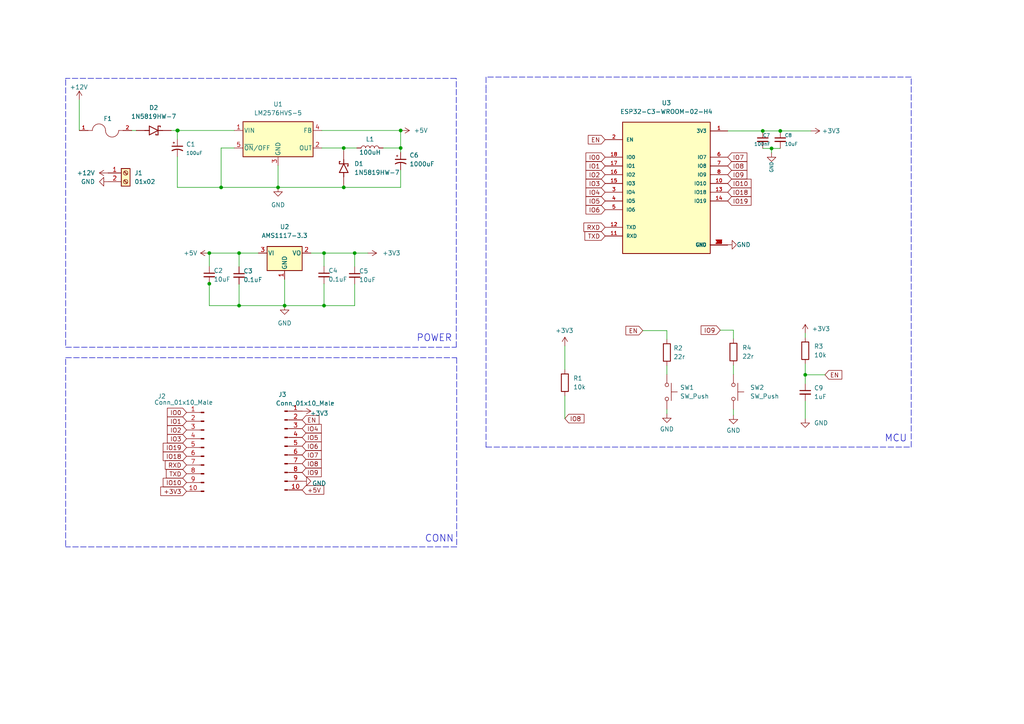
<source format=kicad_sch>
(kicad_sch (version 20211123) (generator eeschema)
  (paper "A4")
  (lib_symbols
    (symbol "0685T8000-01:0685T8000-01" (pin_names (offset 1.016) hide)
      (property "Reference" "F" (at -5.08 2.54 0))
      (property "Value" "0685T8000-01" (at -5.08 -3.81 0))
      (symbol "0685T8000-01_0_0"
        (arc (start 0 0) (mid -1.905 1.905) (end -3.81 0) (stroke (width 0.1524)))
        (polyline (pts (xy -5.08 0) (xy -3.81 0)) (stroke (width 0.1524)))
        (polyline (pts (xy 5.08 0) (xy 3.81 0)) (stroke (width 0.1524)))
        (arc (start 0 0) (mid 1.905 -1.905) (end 3.81 0) (stroke (width 0.1524)))
        (pin passive line (at -7.62 0 0) (length 2.54) (name "~") (number "1"))
        (pin passive line (at 7.62 0 180) (length 2.54) (name "~") (number "2"))
      )
    )
    (symbol "1N5819HW-7:1N5819HW-7" (pin_numbers hide) (pin_names (offset 1.016) hide)
      (property "Reference" "D" (at -5.08 2.54 0))
      (property "Value" "1N5819HW-7" (at -5.08 -3.81 0))
      (symbol "1N5819HW-7_0_0"
        (polyline (pts (xy -2.54 0) (xy -1.27 0)) (stroke (width 0.254)))
        (polyline (pts (xy -1.27 -1.27) (xy 1.27 0)) (stroke (width 0.254)))
        (polyline (pts (xy -1.27 0) (xy -1.27 -1.27)) (stroke (width 0.254)))
        (polyline (pts (xy -1.27 1.27) (xy -1.27 0)) (stroke (width 0.254)))
        (polyline (pts (xy 0.635 -1.016) (xy 0.635 -1.27)) (stroke (width 0.254)))
        (polyline (pts (xy 1.27 -1.27) (xy 0.635 -1.27)) (stroke (width 0.254)))
        (polyline (pts (xy 1.27 0) (xy -1.27 1.27)) (stroke (width 0.254)))
        (polyline (pts (xy 1.27 0) (xy 1.27 -1.27)) (stroke (width 0.254)))
        (polyline (pts (xy 1.27 1.27) (xy 1.27 0)) (stroke (width 0.254)))
        (polyline (pts (xy 1.905 1.27) (xy 1.27 1.27)) (stroke (width 0.254)))
        (polyline (pts (xy 1.905 1.27) (xy 1.905 1.016)) (stroke (width 0.254)))
        (polyline (pts (xy 2.54 0) (xy 1.27 0)) (stroke (width 0.254)))
        (pin passive line (at -5.08 0 0) (length 2.54) (name "~") (number "A"))
        (pin passive line (at 5.08 0 180) (length 2.54) (name "~") (number "C"))
      )
    )
    (symbol "Connector:Conn_01x10_Male" (pin_names (offset 1.016) hide)
      (property "Reference" "J" (at 0 12.7 0))
      (property "Value" "Conn_01x10_Male" (at 0 -15.24 0))
      (symbol "Conn_01x10_Male_1_1"
        (polyline (pts (xy 1.27 -12.7) (xy 0.8636 -12.7)) (stroke (width 0.1524)))
        (polyline (pts (xy 1.27 -10.16) (xy 0.8636 -10.16)) (stroke (width 0.1524)))
        (polyline (pts (xy 1.27 -7.62) (xy 0.8636 -7.62)) (stroke (width 0.1524)))
        (polyline (pts (xy 1.27 -5.08) (xy 0.8636 -5.08)) (stroke (width 0.1524)))
        (polyline (pts (xy 1.27 -2.54) (xy 0.8636 -2.54)) (stroke (width 0.1524)))
        (polyline (pts (xy 1.27 0) (xy 0.8636 0)) (stroke (width 0.1524)))
        (polyline (pts (xy 1.27 2.54) (xy 0.8636 2.54)) (stroke (width 0.1524)))
        (polyline (pts (xy 1.27 5.08) (xy 0.8636 5.08)) (stroke (width 0.1524)))
        (polyline (pts (xy 1.27 7.62) (xy 0.8636 7.62)) (stroke (width 0.1524)))
        (polyline (pts (xy 1.27 10.16) (xy 0.8636 10.16)) (stroke (width 0.1524)))
        (rectangle (start 0.8636 -12.573) (end 0 -12.827) (stroke (width 0.1524)) (fill (type outline)))
        (rectangle (start 0.8636 -10.033) (end 0 -10.287) (stroke (width 0.1524)) (fill (type outline)))
        (rectangle (start 0.8636 -7.493) (end 0 -7.747) (stroke (width 0.1524)) (fill (type outline)))
        (rectangle (start 0.8636 -4.953) (end 0 -5.207) (stroke (width 0.1524)) (fill (type outline)))
        (rectangle (start 0.8636 -2.413) (end 0 -2.667) (stroke (width 0.1524)) (fill (type outline)))
        (rectangle (start 0.8636 0.127) (end 0 -0.127) (stroke (width 0.1524)) (fill (type outline)))
        (rectangle (start 0.8636 2.667) (end 0 2.413) (stroke (width 0.1524)) (fill (type outline)))
        (rectangle (start 0.8636 5.207) (end 0 4.953) (stroke (width 0.1524)) (fill (type outline)))
        (rectangle (start 0.8636 7.747) (end 0 7.493) (stroke (width 0.1524)) (fill (type outline)))
        (rectangle (start 0.8636 10.287) (end 0 10.033) (stroke (width 0.1524)) (fill (type outline)))
        (pin passive line (at 5.08 10.16 180) (length 3.81) (name "Pin_1") (number "1"))
        (pin passive line (at 5.08 -12.7 180) (length 3.81) (name "Pin_10") (number "10"))
        (pin passive line (at 5.08 7.62 180) (length 3.81) (name "Pin_2") (number "2"))
        (pin passive line (at 5.08 5.08 180) (length 3.81) (name "Pin_3") (number "3"))
        (pin passive line (at 5.08 2.54 180) (length 3.81) (name "Pin_4") (number "4"))
        (pin passive line (at 5.08 0 180) (length 3.81) (name "Pin_5") (number "5"))
        (pin passive line (at 5.08 -2.54 180) (length 3.81) (name "Pin_6") (number "6"))
        (pin passive line (at 5.08 -5.08 180) (length 3.81) (name "Pin_7") (number "7"))
        (pin passive line (at 5.08 -7.62 180) (length 3.81) (name "Pin_8") (number "8"))
        (pin passive line (at 5.08 -10.16 180) (length 3.81) (name "Pin_9") (number "9"))
      )
    )
    (symbol "Connector:Screw_Terminal_01x02" (pin_names (offset 1.016) hide)
      (property "Reference" "J" (at 0 2.54 0))
      (property "Value" "Screw_Terminal_01x02" (at 0 -5.08 0))
      (symbol "Screw_Terminal_01x02_1_1"
        (rectangle (start -1.27 1.27) (end 1.27 -3.81) (stroke (width 0.254)) (fill (type background)))
        (circle (center 0 -2.54) (radius 0.635) (stroke (width 0.1524)))
        (polyline (pts (xy -0.5334 -2.2098) (xy 0.3302 -3.048)) (stroke (width 0.1524)))
        (polyline (pts (xy -0.5334 0.3302) (xy 0.3302 -0.508)) (stroke (width 0.1524)))
        (polyline (pts (xy -0.3556 -2.032) (xy 0.508 -2.8702)) (stroke (width 0.1524)))
        (polyline (pts (xy -0.3556 0.508) (xy 0.508 -0.3302)) (stroke (width 0.1524)))
        (circle (center 0 0) (radius 0.635) (stroke (width 0.1524)))
        (pin passive line (at -5.08 0 0) (length 3.81) (name "Pin_1") (number "1"))
        (pin passive line (at -5.08 -2.54 0) (length 3.81) (name "Pin_2") (number "2"))
      )
    )
    (symbol "Device:C_Polarized_Small_US" (pin_numbers hide) (pin_names (offset 0.254) hide)
      (property "Reference" "C" (at 0.254 1.778 0))
      (property "Value" "C_Polarized_Small_US" (at 0.254 -2.032 0))
      (symbol "C_Polarized_Small_US_0_1"
        (polyline (pts (xy -1.524 0.508) (xy 1.524 0.508)) (stroke (width 0.3048)))
        (polyline (pts (xy -1.27 1.524) (xy -0.762 1.524)))
        (polyline (pts (xy -1.016 1.27) (xy -1.016 1.778)))
        (arc (start 1.524 -0.762) (mid 0 -0.3734) (end -1.524 -0.762) (stroke (width 0.3048)))
      )
      (symbol "C_Polarized_Small_US_1_1"
        (pin passive line (at 0 2.54 270) (length 2.032) (name "~") (number "1"))
        (pin passive line (at 0 -2.54 90) (length 2.032) (name "~") (number "2"))
      )
    )
    (symbol "Device:C_Small" (pin_numbers hide) (pin_names (offset 0.254) hide)
      (property "Reference" "C" (at 0.254 1.778 0))
      (property "Value" "C_Small" (at 0.254 -2.032 0))
      (symbol "C_Small_0_1"
        (polyline (pts (xy -1.524 -0.508) (xy 1.524 -0.508)) (stroke (width 0.3302)))
        (polyline (pts (xy -1.524 0.508) (xy 1.524 0.508)) (stroke (width 0.3048)))
      )
      (symbol "C_Small_1_1"
        (pin passive line (at 0 2.54 270) (length 2.032) (name "~") (number "1"))
        (pin passive line (at 0 -2.54 90) (length 2.032) (name "~") (number "2"))
      )
    )
    (symbol "Device:L" (pin_numbers hide) (pin_names (offset 1.016) hide)
      (property "Reference" "L" (at -1.27 0 90))
      (property "Value" "L" (at 1.905 0 90))
      (symbol "L_0_1"
        (arc (start 0 -2.54) (mid 0.635 -1.905) (end 0 -1.27))
        (arc (start 0 -1.27) (mid 0.635 -0.635) (end 0 0))
        (arc (start 0 0) (mid 0.635 0.635) (end 0 1.27))
        (arc (start 0 1.27) (mid 0.635 1.905) (end 0 2.54))
      )
      (symbol "L_1_1"
        (pin passive line (at 0 3.81 270) (length 1.27) (name "1") (number "1"))
        (pin passive line (at 0 -3.81 90) (length 1.27) (name "2") (number "2"))
      )
    )
    (symbol "Device:R" (pin_numbers hide) (pin_names (offset 0))
      (property "Reference" "R" (at 2.032 0 90))
      (property "Value" "R" (at 0 0 90))
      (symbol "R_0_1"
        (rectangle (start -1.016 -2.54) (end 1.016 2.54) (stroke (width 0.254)))
      )
      (symbol "R_1_1"
        (pin passive line (at 0 3.81 270) (length 1.27) (name "~") (number "1"))
        (pin passive line (at 0 -3.81 90) (length 1.27) (name "~") (number "2"))
      )
    )
    (symbol "ESP32-C3-WROOM-02-H4:ESP32-C3-WROOM-02-H4" (pin_names (offset 1.016))
      (property "Reference" "U" (at -12.7 21.082 0))
      (property "Value" "ESP32-C3-WROOM-02-H4" (at -12.7 -18.542 0))
      (symbol "ESP32-C3-WROOM-02-H4_0_0"
        (rectangle (start -12.7 -17.78) (end 12.7 20.32) (stroke (width 0.254)) (fill (type background)))
        (pin power_in line (at 17.78 17.78 180) (length 5.08) (name "3V3") (number "1"))
        (pin bidirectional line (at 17.78 2.54 180) (length 5.08) (name "IO10") (number "10"))
        (pin bidirectional line (at -17.78 -12.7 0) (length 5.08) (name "RXD") (number "11"))
        (pin bidirectional line (at -17.78 -10.16 0) (length 5.08) (name "TXD") (number "12"))
        (pin bidirectional line (at 17.78 0 180) (length 5.08) (name "IO18") (number "13"))
        (pin bidirectional line (at 17.78 -2.54 180) (length 5.08) (name "IO19") (number "14"))
        (pin bidirectional line (at -17.78 2.54 0) (length 5.08) (name "IO3") (number "15"))
        (pin bidirectional line (at -17.78 5.08 0) (length 5.08) (name "IO2") (number "16"))
        (pin bidirectional line (at -17.78 7.62 0) (length 5.08) (name "IO1") (number "17"))
        (pin bidirectional line (at -17.78 10.16 0) (length 5.08) (name "IO0") (number "18"))
        (pin power_in line (at 17.78 -15.24 180) (length 5.08) (name "GND") (number "19"))
        (pin input line (at -17.78 15.24 0) (length 5.08) (name "EN") (number "2"))
        (pin power_in line (at 17.78 -15.24 180) (length 5.08) (name "GND") (number "20"))
        (pin power_in line (at 17.78 -15.24 180) (length 5.08) (name "GND") (number "21"))
        (pin power_in line (at 17.78 -15.24 180) (length 5.08) (name "GND") (number "22"))
        (pin power_in line (at 17.78 -15.24 180) (length 5.08) (name "GND") (number "23"))
        (pin power_in line (at 17.78 -15.24 180) (length 5.08) (name "GND") (number "24"))
        (pin power_in line (at 17.78 -15.24 180) (length 5.08) (name "GND") (number "25"))
        (pin power_in line (at 17.78 -15.24 180) (length 5.08) (name "GND") (number "26"))
        (pin power_in line (at 17.78 -15.24 180) (length 5.08) (name "GND") (number "27"))
        (pin power_in line (at 17.78 -15.24 180) (length 5.08) (name "GND") (number "28"))
        (pin power_in line (at 17.78 -15.24 180) (length 5.08) (name "GND") (number "29"))
        (pin bidirectional line (at -17.78 0 0) (length 5.08) (name "IO4") (number "3"))
        (pin power_in line (at 17.78 -15.24 180) (length 5.08) (name "GND") (number "30"))
        (pin power_in line (at 17.78 -15.24 180) (length 5.08) (name "GND") (number "31"))
        (pin power_in line (at 17.78 -15.24 180) (length 5.08) (name "GND") (number "32"))
        (pin power_in line (at 17.78 -15.24 180) (length 5.08) (name "GND") (number "33"))
        (pin power_in line (at 17.78 -15.24 180) (length 5.08) (name "GND") (number "34"))
        (pin power_in line (at 17.78 -15.24 180) (length 5.08) (name "GND") (number "35"))
        (pin power_in line (at 17.78 -15.24 180) (length 5.08) (name "GND") (number "36"))
        (pin power_in line (at 17.78 -15.24 180) (length 5.08) (name "GND") (number "37"))
        (pin power_in line (at 17.78 -15.24 180) (length 5.08) (name "GND") (number "38"))
        (pin power_in line (at 17.78 -15.24 180) (length 5.08) (name "GND") (number "39"))
        (pin bidirectional line (at -17.78 -2.54 0) (length 5.08) (name "IO5") (number "4"))
        (pin bidirectional line (at -17.78 -5.08 0) (length 5.08) (name "IO6") (number "5"))
        (pin bidirectional line (at 17.78 10.16 180) (length 5.08) (name "IO7") (number "6"))
        (pin bidirectional line (at 17.78 7.62 180) (length 5.08) (name "IO8") (number "7"))
        (pin bidirectional line (at 17.78 5.08 180) (length 5.08) (name "IO9") (number "8"))
        (pin power_in line (at 17.78 -15.24 180) (length 5.08) (name "GND") (number "9"))
      )
    )
    (symbol "Regulator_Linear:AMS1117-3.3" (pin_names (offset 0.254))
      (property "Reference" "U" (at -3.81 3.175 0))
      (property "Value" "AMS1117-3.3" (at 0 3.175 0))
      (symbol "AMS1117-3.3_0_1"
        (rectangle (start -5.08 -5.08) (end 5.08 1.905) (stroke (width 0.254)) (fill (type background)))
      )
      (symbol "AMS1117-3.3_1_1"
        (pin power_in line (at 0 -7.62 90) (length 2.54) (name "GND") (number "1"))
        (pin power_out line (at 7.62 0 180) (length 2.54) (name "VO") (number "2"))
        (pin power_in line (at -7.62 0 0) (length 2.54) (name "VI") (number "3"))
      )
    )
    (symbol "Regulator_Switching:LM2576HVS-5" (pin_names (offset 0.254))
      (property "Reference" "U" (at -10.16 6.35 0))
      (property "Value" "LM2576HVS-5" (at 0 6.35 0))
      (symbol "LM2576HVS-5_0_1"
        (rectangle (start -10.16 5.08) (end 10.16 -5.08) (stroke (width 0.254)) (fill (type background)))
      )
      (symbol "LM2576HVS-5_1_1"
        (pin power_in line (at -12.7 2.54 0) (length 2.54) (name "VIN") (number "1"))
        (pin output line (at 12.7 -2.54 180) (length 2.54) (name "OUT") (number "2"))
        (pin power_in line (at 0 -7.62 90) (length 2.54) (name "GND") (number "3"))
        (pin input line (at 12.7 2.54 180) (length 2.54) (name "FB") (number "4"))
        (pin input line (at -12.7 -2.54 0) (length 2.54) (name "~{ON}/OFF") (number "5"))
      )
    )
    (symbol "Switch:SW_Push" (pin_numbers hide) (pin_names (offset 1.016) hide)
      (property "Reference" "SW" (at 1.27 2.54 0))
      (property "Value" "SW_Push" (at 0 -1.524 0))
      (symbol "SW_Push_0_1"
        (circle (center -2.032 0) (radius 0.508))
        (polyline (pts (xy 0 1.27) (xy 0 3.048)))
        (polyline (pts (xy 2.54 1.27) (xy -2.54 1.27)))
        (circle (center 2.032 0) (radius 0.508))
        (pin passive line (at -5.08 0 0) (length 2.54) (name "1") (number "1"))
        (pin passive line (at 5.08 0 180) (length 2.54) (name "2") (number "2"))
      )
    )
    (symbol "power:+12V" (power) (pin_names (offset 0))
      (property "Value" "+12V" (at 0 3.556 0))
      (symbol "+12V_0_1"
        (polyline (pts (xy -0.762 1.27) (xy 0 2.54)))
        (polyline (pts (xy 0 0) (xy 0 2.54)))
        (polyline (pts (xy 0 2.54) (xy 0.762 1.27)))
      )
      (symbol "+12V_1_1"
        (pin power_in line (at 0 0 90) (length 0) hide (name "+12V") (number "1"))
      )
    )
    (symbol "power:+3V3" (power) (pin_names (offset 0))
      (property "Value" "+3V3" (at 0 3.556 0))
      (symbol "+3V3_0_1"
        (polyline (pts (xy -0.762 1.27) (xy 0 2.54)))
        (polyline (pts (xy 0 0) (xy 0 2.54)))
        (polyline (pts (xy 0 2.54) (xy 0.762 1.27)))
      )
      (symbol "+3V3_1_1"
        (pin power_in line (at 0 0 90) (length 0) hide (name "+3V3") (number "1"))
      )
    )
    (symbol "power:+5V" (power) (pin_names (offset 0))
      (property "Value" "+5V" (at 0 3.556 0))
      (symbol "+5V_0_1"
        (polyline (pts (xy -0.762 1.27) (xy 0 2.54)))
        (polyline (pts (xy 0 0) (xy 0 2.54)))
        (polyline (pts (xy 0 2.54) (xy 0.762 1.27)))
      )
      (symbol "+5V_1_1"
        (pin power_in line (at 0 0 90) (length 0) hide (name "+5V") (number "1"))
      )
    )
    (symbol "power:GND" (power) (pin_names (offset 0))
      (property "Value" "GND" (at 0 -3.81 0))
      (symbol "GND_0_1"
        (polyline (pts (xy 0 0) (xy 0 -1.27) (xy 1.27 -1.27) (xy 0 -2.54) (xy -1.27 -1.27) (xy 0 -1.27)))
      )
      (symbol "GND_1_1"
        (pin power_in line (at 0 0 270) (length 0) hide (name "GND") (number "1"))
      )
    )
  )
  (junction (at 51.562 37.846))
  (junction (at 233.553 108.712))
  (junction (at 221.234 37.973))
  (junction (at 226.314 37.973))
  (junction (at 93.98 88.646))
  (junction (at 116.205 37.846))
  (junction (at 69.342 73.406))
  (junction (at 99.695 54.356))
  (junction (at 82.55 88.646))
  (junction (at 60.706 82.296))
  (junction (at 223.774 43.053))
  (junction (at 93.98 73.406))
  (junction (at 51.435 37.846))
  (junction (at 64.135 54.356))
  (junction (at 116.205 42.926))
  (junction (at 80.645 54.356))
  (junction (at 102.87 73.406))
  (junction (at 60.706 73.406))
  (junction (at 99.695 42.926))
  (junction (at 69.342 88.646))
  (wire (pts (xy 212.725 95.758) (xy 212.725 98.298)))
  (polyline (pts (xy 19.05 100.711) (xy 132.334 100.711)))
  (wire (pts (xy 212.725 118.745) (xy 212.725 120.396)))
  (wire (pts (xy 38.227 37.846) (xy 39.497 37.846)))
  (wire (pts (xy 22.987 28.956) (xy 22.987 37.846)))
  (wire (pts (xy 80.645 54.356) (xy 99.695 54.356)))
  (wire (pts (xy 163.83 107.188) (xy 163.83 100.33)))
  (wire (pts (xy 223.774 44.323) (xy 223.774 43.053)))
  (wire (pts (xy 93.345 37.846) (xy 116.205 37.846)))
  (wire (pts (xy 186.436 95.885) (xy 193.421 95.885)))
  (wire (pts (xy 163.83 121.412) (xy 163.83 114.808)))
  (wire (pts (xy 223.774 43.053) (xy 221.234 43.053)))
  (wire (pts (xy 102.87 73.406) (xy 102.87 77.343)))
  (wire (pts (xy 69.342 82.423) (xy 69.342 88.646)))
  (wire (pts (xy 233.553 105.537) (xy 233.553 108.712)))
  (polyline (pts (xy 264.287 22.352) (xy 140.97 22.352)))
  (wire (pts (xy 82.55 88.646) (xy 93.98 88.646)))
  (wire (pts (xy 211.074 37.973) (xy 221.234 37.973)))
  (wire (pts (xy 67.945 42.926) (xy 64.135 42.926)))
  (wire (pts (xy 51.435 37.846) (xy 51.562 37.846)))
  (wire (pts (xy 226.314 37.973) (xy 235.204 37.973)))
  (wire (pts (xy 212.725 105.918) (xy 212.725 108.585)))
  (wire (pts (xy 233.553 108.712) (xy 239.268 108.712)))
  (wire (pts (xy 60.706 82.296) (xy 60.706 88.646)))
  (wire (pts (xy 233.553 108.712) (xy 233.553 111.252)))
  (wire (pts (xy 99.695 54.356) (xy 116.205 54.356)))
  (wire (pts (xy 116.205 42.926) (xy 116.205 44.196)))
  (wire (pts (xy 99.695 42.926) (xy 103.505 42.926)))
  (wire (pts (xy 223.774 43.053) (xy 226.314 43.053)))
  (wire (pts (xy 82.55 81.026) (xy 82.55 88.646)))
  (wire (pts (xy 102.87 73.406) (xy 106.68 73.406)))
  (wire (pts (xy 60.706 82.169) (xy 60.706 82.296)))
  (wire (pts (xy 69.342 73.406) (xy 69.342 77.343)))
  (polyline (pts (xy 132.334 22.733) (xy 19.05 22.733)))
  (polyline (pts (xy 132.334 100.711) (xy 132.334 22.733)))
  (wire (pts (xy 116.205 54.356) (xy 116.205 49.276)))
  (wire (pts (xy 99.695 53.848) (xy 99.695 54.356)))
  (wire (pts (xy 221.234 37.973) (xy 226.314 37.973)))
  (wire (pts (xy 193.421 106.045) (xy 193.421 108.585)))
  (wire (pts (xy 69.342 73.406) (xy 74.93 73.406)))
  (polyline (pts (xy 140.97 129.667) (xy 264.287 129.667)))
  (polyline (pts (xy 140.97 25.273) (xy 140.97 129.667)))
  (polyline (pts (xy 19.05 103.759) (xy 132.461 103.759)))
  (wire (pts (xy 102.87 82.423) (xy 102.87 88.646)))
  (polyline (pts (xy 19.05 23.114) (xy 19.05 100.711)))
  (polyline (pts (xy 19.05 22.733) (xy 19.05 22.86)))
  (polyline (pts (xy 132.461 158.623) (xy 19.05 158.623)))
  (wire (pts (xy 233.553 96.647) (xy 233.553 97.917)))
  (wire (pts (xy 64.135 42.926) (xy 64.135 54.356)))
  (wire (pts (xy 93.98 73.406) (xy 93.98 77.216)))
  (wire (pts (xy 60.706 73.406) (xy 60.706 77.216)))
  (wire (pts (xy 93.345 42.926) (xy 99.695 42.926)))
  (wire (pts (xy 93.98 88.646) (xy 102.87 88.646)))
  (wire (pts (xy 60.706 88.646) (xy 69.342 88.646)))
  (wire (pts (xy 90.17 73.406) (xy 93.98 73.406)))
  (wire (pts (xy 64.135 54.356) (xy 80.645 54.356)))
  (wire (pts (xy 80.645 48.006) (xy 80.645 54.356)))
  (wire (pts (xy 99.695 42.926) (xy 99.695 43.688)))
  (wire (pts (xy 49.657 37.846) (xy 51.435 37.846)))
  (polyline (pts (xy 132.461 103.759) (xy 132.461 158.623)))
  (polyline (pts (xy 19.05 104.14) (xy 19.05 158.623)))
  (wire (pts (xy 51.562 37.846) (xy 67.945 37.846)))
  (wire (pts (xy 116.205 37.846) (xy 116.205 42.926)))
  (polyline (pts (xy 140.97 22.352) (xy 140.97 25.273)))
  (wire (pts (xy 51.435 54.356) (xy 64.135 54.356)))
  (wire (pts (xy 51.435 45.466) (xy 51.435 54.356)))
  (wire (pts (xy 93.98 73.406) (xy 102.87 73.406)))
  (wire (pts (xy 233.553 116.332) (xy 233.553 121.412)))
  (wire (pts (xy 93.98 82.296) (xy 93.98 88.646)))
  (wire (pts (xy 69.342 88.646) (xy 82.55 88.646)))
  (polyline (pts (xy 264.287 129.667) (xy 264.287 22.352)))
  (wire (pts (xy 193.421 95.885) (xy 193.421 98.425)))
  (wire (pts (xy 208.915 95.758) (xy 212.725 95.758)))
  (wire (pts (xy 111.125 42.926) (xy 116.205 42.926)))
  (wire (pts (xy 51.435 37.846) (xy 51.435 40.386)))
  (wire (pts (xy 193.421 118.745) (xy 193.421 120.015)))
  (wire (pts (xy 60.706 73.406) (xy 69.342 73.406)))
  (text "CONN" (at 123.19 157.48 0) (effects (font (size 2 2)) (justify left bottom)))
  (text "MCU\n" (at 256.54 128.397 0) (effects (font (size 2 2)) (justify left bottom)))
  (text "POWER" (at 120.777 99.314 0) (effects (font (size 2 2)) (justify left bottom)))
  (global_label "EN" (shape input) (at 186.436 95.885 180) (property "Intersheet References" "${INTERSHEET_REFS}" (effects hide)))
  (global_label "IO0" (shape input) (at 54.102 119.634 180) (property "Intersheet References" "${INTERSHEET_REFS}" (effects hide)))
  (global_label "IO8" (shape input) (at 87.63 134.493 0) (property "Intersheet References" "${INTERSHEET_REFS}" (effects hide)))
  (global_label "IO19" (shape input) (at 211.074 58.293 0) (property "Intersheet References" "${INTERSHEET_REFS}" (effects hide)))
  (global_label "IO8" (shape input) (at 211.074 48.133 0) (property "Intersheet References" "${INTERSHEET_REFS}" (effects hide)))
  (global_label "IO10" (shape input) (at 211.074 53.213 0) (property "Intersheet References" "${INTERSHEET_REFS}" (effects hide)))
  (global_label "IO3" (shape input) (at 54.102 127.254 180) (property "Intersheet References" "${INTERSHEET_REFS}" (effects hide)))
  (global_label "EN" (shape input) (at 175.514 40.513 180) (property "Intersheet References" "${INTERSHEET_REFS}" (effects hide)))
  (global_label "IO5" (shape input) (at 175.514 58.293 180) (property "Intersheet References" "${INTERSHEET_REFS}" (effects hide)))
  (global_label "TXD" (shape input) (at 54.102 137.414 180) (property "Intersheet References" "${INTERSHEET_REFS}" (effects hide)))
  (global_label "IO9" (shape input) (at 211.074 50.673 0) (property "Intersheet References" "${INTERSHEET_REFS}" (effects hide)))
  (global_label "EN" (shape input) (at 87.63 121.793 0) (property "Intersheet References" "${INTERSHEET_REFS}" (effects hide)))
  (global_label "IO19" (shape input) (at 54.102 129.794 180) (property "Intersheet References" "${INTERSHEET_REFS}" (effects hide)))
  (global_label "EN" (shape input) (at 239.268 108.712 0) (property "Intersheet References" "${INTERSHEET_REFS}" (effects hide)))
  (global_label "IO2" (shape input) (at 175.514 50.673 180) (property "Intersheet References" "${INTERSHEET_REFS}" (effects hide)))
  (global_label "+5V" (shape input) (at 87.63 142.113 0) (property "Intersheet References" "${INTERSHEET_REFS}" (effects hide)))
  (global_label "IO2" (shape input) (at 54.102 124.714 180) (property "Intersheet References" "${INTERSHEET_REFS}" (effects hide)))
  (global_label "IO9" (shape input) (at 208.915 95.758 180) (property "Intersheet References" "${INTERSHEET_REFS}" (effects hide)))
  (global_label "IO4" (shape input) (at 175.514 55.753 180) (property "Intersheet References" "${INTERSHEET_REFS}" (effects hide)))
  (global_label "TXD" (shape input) (at 175.514 68.453 180) (property "Intersheet References" "${INTERSHEET_REFS}" (effects hide)))
  (global_label "IO6" (shape input) (at 87.63 129.413 0) (property "Intersheet References" "${INTERSHEET_REFS}" (effects hide)))
  (global_label "RXD" (shape input) (at 175.514 65.913 180) (property "Intersheet References" "${INTERSHEET_REFS}" (effects hide)))
  (global_label "IO8" (shape input) (at 163.83 121.412 0) (property "Intersheet References" "${INTERSHEET_REFS}" (effects hide)))
  (global_label "RXD" (shape input) (at 54.102 134.874 180) (property "Intersheet References" "${INTERSHEET_REFS}" (effects hide)))
  (global_label "IO4" (shape input) (at 87.63 124.333 0) (property "Intersheet References" "${INTERSHEET_REFS}" (effects hide)))
  (global_label "IO1" (shape input) (at 54.102 122.174 180) (property "Intersheet References" "${INTERSHEET_REFS}" (effects hide)))
  (global_label "IO0" (shape input) (at 175.514 45.593 180) (property "Intersheet References" "${INTERSHEET_REFS}" (effects hide)))
  (global_label "IO6" (shape input) (at 175.514 60.833 180) (property "Intersheet References" "${INTERSHEET_REFS}" (effects hide)))
  (global_label "IO3" (shape input) (at 175.514 53.213 180) (property "Intersheet References" "${INTERSHEET_REFS}" (effects hide)))
  (global_label "IO5" (shape input) (at 87.63 126.873 0) (property "Intersheet References" "${INTERSHEET_REFS}" (effects hide)))
  (global_label "+3V3" (shape input) (at 54.102 142.494 180) (property "Intersheet References" "${INTERSHEET_REFS}" (effects hide)))
  (global_label "IO7" (shape input) (at 87.63 131.953 0) (property "Intersheet References" "${INTERSHEET_REFS}" (effects hide)))
  (global_label "IO18" (shape input) (at 211.074 55.753 0) (property "Intersheet References" "${INTERSHEET_REFS}" (effects hide)))
  (global_label "IO1" (shape input) (at 175.514 48.133 180) (property "Intersheet References" "${INTERSHEET_REFS}" (effects hide)))
  (global_label "IO7" (shape input) (at 211.074 45.593 0) (property "Intersheet References" "${INTERSHEET_REFS}" (effects hide)))
  (global_label "IO18" (shape input) (at 54.102 132.334 180) (property "Intersheet References" "${INTERSHEET_REFS}" (effects hide)))
  (global_label "IO10" (shape input) (at 54.102 139.954 180) (property "Intersheet References" "${INTERSHEET_REFS}" (effects hide)))
  (global_label "IO9" (shape input) (at 87.63 137.033 0) (property "Intersheet References" "${INTERSHEET_REFS}" (effects hide)))
  (symbol (lib_id "power:+3V3") (at 106.68 73.406 270) (unit 1)
    (property "Reference" "#PWR0110" (effects hide))
    (property "Value" "+3V3" (at 110.871 73.4059 90) (effects (justify left)))
  )
  (symbol (lib_id "1N5819HW-7:1N5819HW-7") (at 44.577 37.846 0) (unit 1)
    (property "Reference" "D2" (at 44.577 31.242 0))
    (property "Value" "1N5819HW-7" (at 44.577 33.782 0))
    (property "Footprint" "SnapEDA Library:SOD3715X145N" (effects hide))
    (property "PARTREV" "18-2" (effects hide))
    (property "MANUFACTURER" "Diodes Inc." (effects hide))
    (property "STANDARD" "IPC-7351B" (effects hide))
  )
  (symbol (lib_id "Device:R") (at 163.83 110.998 0) (unit 1)
    (property "Reference" "R1" (at 166.243 109.7279 0) (effects (justify left)))
    (property "Value" "10k" (at 166.243 112.2679 0) (effects (justify left)))
    (property "Footprint" "Resistor_SMD:R_0805_2012Metric" (effects hide))
  )
  (symbol (lib_id "Device:L") (at 107.315 42.926 90) (unit 1)
    (property "Reference" "L1" (at 107.315 40.386 90))
    (property "Value" "100uH" (at 107.315 44.196 90))
    (property "Footprint" "emin_new:100uH" (effects hide))
  )
  (symbol (lib_id "Device:C_Small") (at 60.706 79.756 0) (unit 1)
    (property "Reference" "C2" (at 61.976 78.486 0) (effects (justify left)))
    (property "Value" "10uF" (at 61.976 81.026 0) (effects (justify left)))
    (property "Footprint" "Capacitor_SMD:C_0805_2012Metric" (effects hide))
  )
  (symbol (lib_id "Connector:Screw_Terminal_01x02") (at 36.449 50.165 0) (unit 1)
    (property "Reference" "J1" (at 38.989 50.1649 0) (effects (justify left)))
    (property "Value" "01x02" (at 38.989 52.705 0) (effects (justify left)))
    (property "Footprint" "TerminalBlock:TerminalBlock_bornier-2_P5.08mm" (effects hide))
  )
  (symbol (lib_id "Regulator_Switching:LM2576HVS-5") (at 80.645 40.386 0) (unit 1)
    (property "Reference" "U1" (at 80.645 30.226 0))
    (property "Value" "LM2576HVS-5" (at 80.645 32.766 0))
    (property "Footprint" "Package_TO_SOT_SMD:TO-263-5_TabPin3" (effects hide))
    (property "Datasheet" "http://www.ti.com/lit/ds/symlink/lm2576.pdf" (effects hide))
  )
  (symbol (lib_id "Device:C_Polarized_Small_US") (at 116.205 46.736 0) (unit 1)
    (property "Reference" "C6" (at 118.745 45.0341 0) (effects (justify left)))
    (property "Value" "1000uF" (at 118.745 47.5741 0) (effects (justify left)))
    (property "Footprint" "Capacitor_SMD:CP_Elec_10x12.6" (effects hide))
  )
  (symbol (lib_id "power:+3V3") (at 233.553 96.647 0) (unit 1)
    (property "Reference" "#PWR0104" (effects hide))
    (property "Value" "+3V3" (at 235.458 95.3769 0) (effects (justify left)))
  )
  (symbol (lib_id "power:GND") (at 80.645 54.356 0) (unit 1)
    (property "Reference" "#PWR0112" (effects hide))
    (property "Value" "GND" (at 80.645 59.436 0))
  )
  (symbol (lib_id "Device:C_Small") (at 226.314 40.513 0) (unit 1)
    (property "Reference" "C8" (at 227.584 39.243 0) (effects (font (size 1 1)) (justify left)))
    (property "Value" "10uF" (at 227.584 41.783 0) (effects (font (size 1 1)) (justify left)))
    (property "Footprint" "Capacitor_SMD:C_0805_2012Metric" (effects hide))
  )
  (symbol (lib_id "Switch:SW_Push") (at 193.421 113.665 270) (unit 1)
    (property "Reference" "SW1" (at 197.231 112.3949 90) (effects (justify left)))
    (property "Value" "SW_Push" (at 197.231 114.9349 90) (effects (justify left)))
    (property "Footprint" "SnapEDA Library:SW_TL1015AF160QG" (effects hide))
  )
  (symbol (lib_id "Connector:Conn_01x10_Male") (at 59.182 129.794 0) (mirror y) (unit 1)
    (property "Reference" "J2" (at 45.72 114.935 0) (effects (justify right)))
    (property "Value" "Conn_01x10_Male" (at 44.704 116.713 0) (effects (justify right)))
    (property "Footprint" "Connector_PinHeader_2.54mm:PinHeader_1x10_P2.54mm_Vertical" (effects hide))
  )
  (symbol (lib_id "power:GND") (at 233.553 121.412 0) (unit 1)
    (property "Reference" "#PWR0103" (effects hide))
    (property "Value" "GND" (at 236.093 122.6819 0) (effects (justify left)))
  )
  (symbol (lib_id "power:+3V3") (at 235.204 37.973 270) (unit 1)
    (property "Reference" "#PWR0106" (effects hide))
    (property "Value" "+3V3" (at 238.379 37.9729 90) (effects (justify left)))
  )
  (symbol (lib_id "power:+5V") (at 116.205 37.846 270) (unit 1)
    (property "Reference" "#PWR0108" (effects hide))
    (property "Value" "+5V" (at 120.015 37.8459 90) (effects (justify left)))
  )
  (symbol (lib_id "power:+12V") (at 22.987 28.956 0) (unit 1)
    (property "Reference" "#PWR0116" (effects hide))
    (property "Value" "+12V" (at 22.86 25.273 0))
  )
  (symbol (lib_id "Device:R") (at 233.553 101.727 0) (unit 1)
    (property "Reference" "R3" (at 236.093 100.4569 0) (effects (justify left)))
    (property "Value" "10k" (at 236.093 102.9969 0) (effects (justify left)))
    (property "Footprint" "Resistor_SMD:R_0805_2012Metric" (effects hide))
  )
  (symbol (lib_id "power:GND") (at 82.55 88.646 0) (unit 1)
    (property "Reference" "#PWR0118" (effects hide))
    (property "Value" "GND" (at 82.55 93.726 0))
  )
  (symbol (lib_id "Device:C_Polarized_Small_US") (at 51.435 42.926 0) (unit 1)
    (property "Reference" "C1" (at 53.975 41.8591 0) (effects (justify left)))
    (property "Value" "100uF" (at 53.975 44.3992 0) (effects (font (size 1 1)) (justify left)))
    (property "Footprint" "Capacitor_SMD:CP_Elec_6.3x7.7" (effects hide))
  )
  (symbol (lib_id "Regulator_Linear:AMS1117-3.3") (at 82.55 73.406 0) (unit 1)
    (property "Reference" "U2" (at 82.55 65.786 0))
    (property "Value" "AMS1117-3.3" (at 82.55 68.326 0))
    (property "Footprint" "Package_TO_SOT_SMD:SOT-223-3_TabPin2" (effects hide))
    (property "Datasheet" "http://www.advanced-monolithic.com/pdf/ds1117.pdf" (effects hide))
  )
  (symbol (lib_id "Connector:Conn_01x10_Male") (at 82.55 129.413 0) (unit 1)
    (property "Reference" "J3" (at 81.915 114.427 0))
    (property "Value" "Conn_01x10_Male" (at 88.519 116.967 0))
    (property "Footprint" "Connector_PinHeader_2.54mm:PinHeader_1x10_P2.54mm_Vertical" (effects hide))
  )
  (symbol (lib_id "power:+3V3") (at 163.83 100.33 0) (unit 1)
    (property "Reference" "#PWR0109" (effects hide))
    (property "Value" "+3V3" (at 163.703 95.885 0))
  )
  (symbol (lib_id "power:GND") (at 212.725 120.396 0) (unit 1)
    (property "Reference" "#PWR0101" (effects hide))
    (property "Value" "GND" (at 212.725 124.841 0))
  )
  (symbol (lib_id "1N5819HW-7:1N5819HW-7") (at 99.695 48.768 90) (unit 1)
    (property "Reference" "D1" (at 102.743 47.4979 90) (effects (justify right)))
    (property "Value" "1N5819HW-7" (at 102.743 50.0379 90) (effects (justify right)))
    (property "Footprint" "SnapEDA Library:SOD3715X145N" (effects hide))
    (property "PARTREV" "18-2" (effects hide))
    (property "MANUFACTURER" "Diodes Inc." (effects hide))
    (property "STANDARD" "IPC-7351B" (effects hide))
  )
  (symbol (lib_id "Device:C_Small") (at 69.342 79.883 0) (unit 1)
    (property "Reference" "C3" (at 70.612 78.613 0) (effects (justify left)))
    (property "Value" "0.1uF" (at 70.612 81.153 0) (effects (justify left)))
    (property "Footprint" "Capacitor_SMD:C_0805_2012Metric" (effects hide))
  )
  (symbol (lib_id "power:GND") (at 87.63 139.573 90) (unit 1)
    (property "Reference" "#PWR0117" (effects hide))
    (property "Value" "GND" (at 94.615 140.208 90) (effects (justify left)))
  )
  (symbol (lib_id "power:GND") (at 31.369 52.705 270) (unit 1)
    (property "Reference" "#PWR0115" (effects hide))
    (property "Value" "GND" (at 27.559 52.7049 90) (effects (justify right)))
  )
  (symbol (lib_id "ESP32-C3-WROOM-02-H4:ESP32-C3-WROOM-02-H4") (at 193.294 55.753 0) (unit 1)
    (property "Reference" "U3" (at 193.294 29.845 0))
    (property "Value" "ESP32-C3-WROOM-02-H4" (at 193.294 32.385 0))
    (property "Footprint" "SnapEDA Library:MODULE_ESP32-C3-WROOM-02-H4" (effects hide))
    (property "Purchase-URL" "https://pricing.snapeda.com/search/part/ESP32-C3-WROOM-02-H4/?ref=eda" (effects hide))
    (property "MF" "Espressif Systems" (effects hide))
    (property "Description" "WiFi Modules (802.11) (Engineering Samples) SMD module, ESP32-C3, 4MB SPI flash, PCB antenna, -40 C +105 C" (effects hide))
    (property "MP" "ESP32-C3-WROOM-02-H4" (effects hide))
    (property "Package" "Package" (effects hide))
    (property "Availability" "In Stock" (effects hide))
    (property "Price" "None" (effects hide))
  )
  (symbol (lib_id "Switch:SW_Push") (at 212.725 113.665 270) (unit 1)
    (property "Reference" "SW2" (at 217.551 112.3949 90) (effects (justify left)))
    (property "Value" "SW_Push" (at 217.551 114.9349 90) (effects (justify left)))
    (property "Footprint" "SnapEDA Library:SW_TL1015AF160QG" (effects hide))
  )
  (symbol (lib_id "Device:R") (at 212.725 102.108 0) (unit 1)
    (property "Reference" "R4" (at 215.265 100.8379 0) (effects (justify left)))
    (property "Value" "22r" (at 215.265 103.3779 0) (effects (justify left)))
    (property "Footprint" "Resistor_SMD:R_0805_2012Metric" (effects hide))
  )
  (symbol (lib_id "Device:C_Small") (at 93.98 79.756 0) (unit 1)
    (property "Reference" "C4" (at 95.25 78.486 0) (effects (justify left)))
    (property "Value" "0.1uF" (at 95.25 81.026 0) (effects (justify left)))
    (property "Footprint" "Capacitor_SMD:C_0805_2012Metric" (effects hide))
  )
  (symbol (lib_id "power:GND") (at 223.774 44.323 0) (unit 1)
    (property "Reference" "#PWR0105" (effects hide))
    (property "Value" "GND" (at 223.774 46.863 90) (effects (font (size 1 1)) (justify right)))
  )
  (symbol (lib_id "0685T8000-01:0685T8000-01") (at 30.607 37.846 0) (unit 1)
    (property "Reference" "F1" (at 31.242 34.417 0))
    (property "Value" "0685T8000-01" (effects hide))
    (property "Footprint" "SnapEDA Library:FUSC3215X83N" (effects hide))
    (property "MANUFACTURER" "BELFUSE" (effects hide))
    (property "STANDARD" "IPC-7351B" (effects hide))
    (property "PARTREV" "Jan2019" (effects hide))
    (property "MAXIMUM_PACKAGE_HEIGHT" "0.83mm" (effects hide))
  )
  (symbol (lib_id "power:+12V") (at 31.369 50.165 90) (unit 1)
    (property "Reference" "#PWR0114" (effects hide))
    (property "Value" "+12V" (at 27.559 50.1649 90) (effects (justify left)))
  )
  (symbol (lib_id "power:GND") (at 193.421 120.015 0) (unit 1)
    (property "Reference" "#PWR0102" (effects hide))
    (property "Value" "GND" (at 193.421 124.46 0))
  )
  (symbol (lib_id "Device:R") (at 193.421 102.235 0) (unit 1)
    (property "Reference" "R2" (at 195.326 100.9649 0) (effects (justify left)))
    (property "Value" "22r" (at 195.326 103.5049 0) (effects (justify left)))
    (property "Footprint" "Resistor_SMD:R_0805_2012Metric" (effects hide))
  )
  (symbol (lib_id "power:+3V3") (at 87.63 119.253 270) (unit 1)
    (property "Reference" "#PWR0111" (effects hide))
    (property "Value" "+3V3" (at 95.25 119.888 90) (effects (justify right)))
  )
  (symbol (lib_id "Device:C_Small") (at 233.553 113.792 0) (unit 1)
    (property "Reference" "C9" (at 236.093 112.5282 0) (effects (justify left)))
    (property "Value" "1uF" (at 236.093 115.0682 0) (effects (justify left)))
    (property "Footprint" "Capacitor_SMD:C_0805_2012Metric" (effects hide))
  )
  (symbol (lib_id "Device:C_Small") (at 102.87 79.883 0) (unit 1)
    (property "Reference" "C5" (at 104.14 78.613 0) (effects (justify left)))
    (property "Value" "10uF" (at 104.14 81.153 0) (effects (justify left)))
    (property "Footprint" "Capacitor_SMD:C_0805_2012Metric" (effects hide))
  )
  (symbol (lib_id "Device:C_Small") (at 221.234 40.513 0) (unit 1)
    (property "Reference" "C7" (at 221.234 39.243 0) (effects (font (size 1 1)) (justify left)))
    (property "Value" "100nF" (at 218.694 41.783 0) (effects (font (size 1 1)) (justify left)))
    (property "Footprint" "Capacitor_SMD:C_0805_2012Metric" (effects hide))
  )
  (symbol (lib_id "power:+5V") (at 60.706 73.406 90) (unit 1)
    (property "Reference" "#PWR0113" (effects hide))
    (property "Value" "+5V" (at 57.277 73.4059 90) (effects (justify left)))
  )
  (symbol (lib_id "power:GND") (at 211.074 70.993 90) (unit 1)
    (property "Reference" "#PWR0107" (effects hide))
    (property "Value" "GND" (at 213.614 70.993 90) (effects (justify right)))
  )
)
</source>
